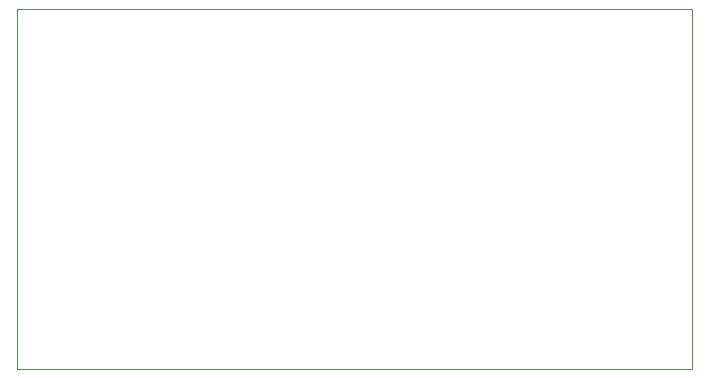
<source format=gko>
G75*
%MOIN*%
%OFA0B0*%
%FSLAX25Y25*%
%IPPOS*%
%LPD*%
%AMOC8*
5,1,8,0,0,1.08239X$1,22.5*
%
%ADD10C,0.00000*%
D10*
X0001000Y0002260D02*
X0001000Y0122260D01*
X0226000Y0122260D01*
X0226000Y0002260D01*
X0001000Y0002260D01*
M02*

</source>
